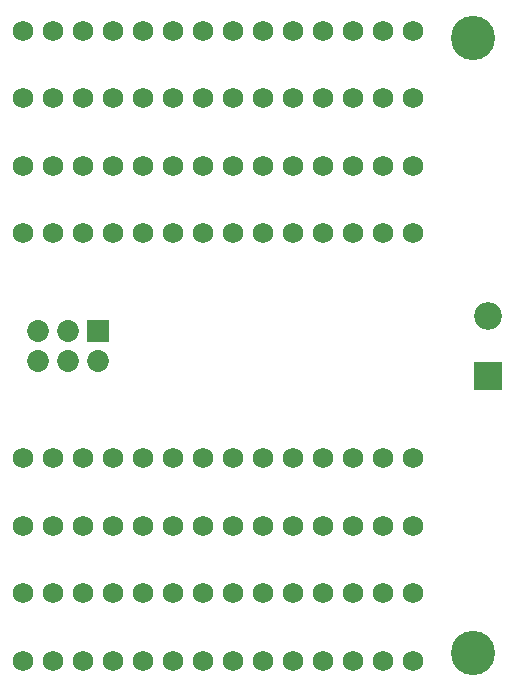
<source format=gbs>
%FSLAX34Y34*%
G04 Gerber Fmt 3.4, Leading zero omitted, Abs format*
G04 (created by PCBNEW (2014-03-18 BZR 4754)-product) date Tue 01 Apr 2014 07:49:35 PM CDT*
%MOIN*%
G01*
G70*
G90*
G04 APERTURE LIST*
%ADD10C,0.006000*%
%ADD11C,0.147732*%
%ADD12R,0.092614X0.092614*%
%ADD13C,0.092614*%
%ADD14C,0.068992*%
%ADD15R,0.072929X0.072929*%
%ADD16C,0.072929*%
G04 APERTURE END LIST*
G54D10*
G54D11*
X59750Y-51250D03*
X59750Y-30750D03*
G54D12*
X60250Y-42000D03*
G54D13*
X60250Y-40000D03*
G54D14*
X44750Y-30500D03*
X45750Y-30500D03*
X44750Y-32750D03*
X45750Y-32750D03*
X44750Y-35000D03*
X45750Y-35000D03*
X44750Y-37250D03*
X45750Y-37250D03*
X44750Y-44750D03*
X45750Y-44750D03*
X44750Y-47000D03*
X45750Y-47000D03*
X44750Y-49250D03*
X45750Y-49250D03*
X44750Y-51500D03*
X45750Y-51500D03*
X46750Y-30500D03*
X47750Y-30500D03*
X46750Y-32750D03*
X47750Y-32750D03*
X46750Y-35000D03*
X47750Y-35000D03*
X46750Y-37250D03*
X47750Y-37250D03*
X46750Y-44750D03*
X47750Y-44750D03*
X46750Y-47000D03*
X47750Y-47000D03*
X46750Y-49250D03*
X47750Y-49250D03*
X46750Y-51500D03*
X47750Y-51500D03*
X48750Y-30500D03*
X49750Y-30500D03*
X48750Y-32750D03*
X49750Y-32750D03*
X48750Y-35000D03*
X49750Y-35000D03*
X48750Y-37250D03*
X49750Y-37250D03*
X48750Y-44750D03*
X49750Y-44750D03*
X48750Y-47000D03*
X49750Y-47000D03*
X48750Y-49250D03*
X49750Y-49250D03*
X48750Y-51500D03*
X49750Y-51500D03*
X50750Y-30500D03*
X51750Y-30500D03*
X50750Y-32750D03*
X51750Y-32750D03*
X50750Y-35000D03*
X51750Y-35000D03*
X50750Y-37250D03*
X51750Y-37250D03*
X50750Y-44750D03*
X51750Y-44750D03*
X50750Y-47000D03*
X51750Y-47000D03*
X50750Y-49250D03*
X51750Y-49250D03*
X50750Y-51500D03*
X51750Y-51500D03*
X52750Y-30500D03*
X53750Y-30500D03*
X52750Y-32750D03*
X53750Y-32750D03*
X52750Y-35000D03*
X53750Y-35000D03*
X52750Y-37250D03*
X53750Y-37250D03*
X52750Y-44750D03*
X53750Y-44750D03*
X52750Y-47000D03*
X53750Y-47000D03*
X52750Y-49250D03*
X53750Y-49250D03*
X52750Y-51500D03*
X53750Y-51500D03*
X54750Y-30500D03*
X55750Y-30500D03*
X54750Y-32750D03*
X55750Y-32750D03*
X54750Y-35000D03*
X55750Y-35000D03*
X54750Y-37250D03*
X55750Y-37250D03*
X54750Y-44750D03*
X55750Y-44750D03*
X54750Y-47000D03*
X55750Y-47000D03*
X54750Y-49250D03*
X55750Y-49250D03*
X54750Y-51500D03*
X55750Y-51500D03*
X56750Y-30500D03*
X57750Y-30500D03*
X56750Y-32750D03*
X57750Y-32750D03*
X56750Y-35000D03*
X57750Y-35000D03*
X56750Y-37250D03*
X57750Y-37250D03*
X56750Y-44750D03*
X57750Y-44750D03*
X56750Y-47000D03*
X57750Y-47000D03*
X56750Y-49250D03*
X57750Y-49250D03*
X56750Y-51500D03*
X57750Y-51500D03*
G54D15*
X47250Y-40500D03*
G54D16*
X47250Y-41500D03*
X46250Y-40500D03*
X46250Y-41500D03*
X45250Y-40500D03*
X45250Y-41500D03*
M02*

</source>
